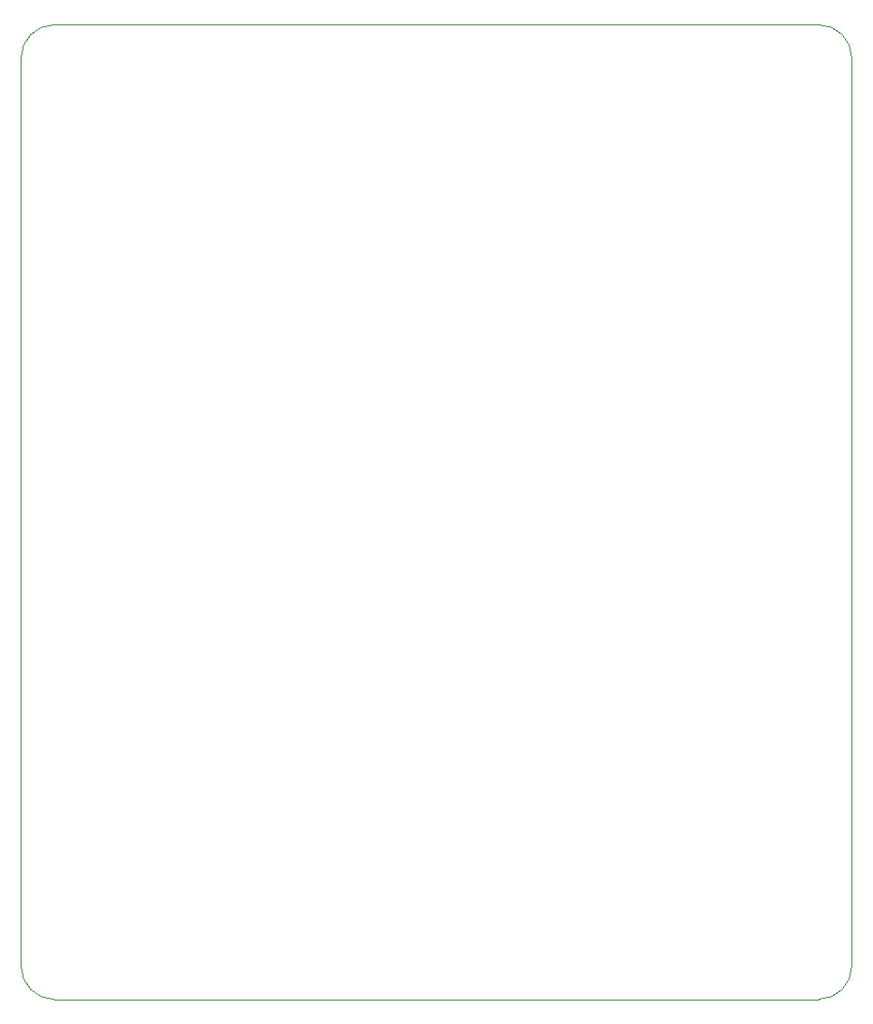
<source format=gbr>
G04 #@! TF.GenerationSoftware,KiCad,Pcbnew,(5.1.5)-3*
G04 #@! TF.CreationDate,2020-04-28T04:20:23+09:00*
G04 #@! TF.ProjectId,NormalMD,4e6f726d-616c-44d4-942e-6b696361645f,rev?*
G04 #@! TF.SameCoordinates,Original*
G04 #@! TF.FileFunction,Profile,NP*
%FSLAX46Y46*%
G04 Gerber Fmt 4.6, Leading zero omitted, Abs format (unit mm)*
G04 Created by KiCad (PCBNEW (5.1.5)-3) date 2020-04-28 04:20:23*
%MOMM*%
%LPD*%
G04 APERTURE LIST*
%ADD10C,0.050000*%
G04 APERTURE END LIST*
D10*
X147500000Y-136000000D02*
X147500000Y-54000000D01*
X72500000Y-54000000D02*
X72500000Y-136000000D01*
X147500000Y-136000000D02*
G75*
G02X144500000Y-139000000I-3000000J0D01*
G01*
X75500000Y-139000000D02*
X144500000Y-139000000D01*
X144500000Y-51000000D02*
X75500000Y-51000000D01*
X72500000Y-54000000D02*
G75*
G02X75500000Y-51000000I3000000J0D01*
G01*
X144500000Y-51000000D02*
G75*
G02X147500000Y-54000000I0J-3000000D01*
G01*
X75500000Y-139000000D02*
G75*
G02X72500000Y-136000000I0J3000000D01*
G01*
M02*

</source>
